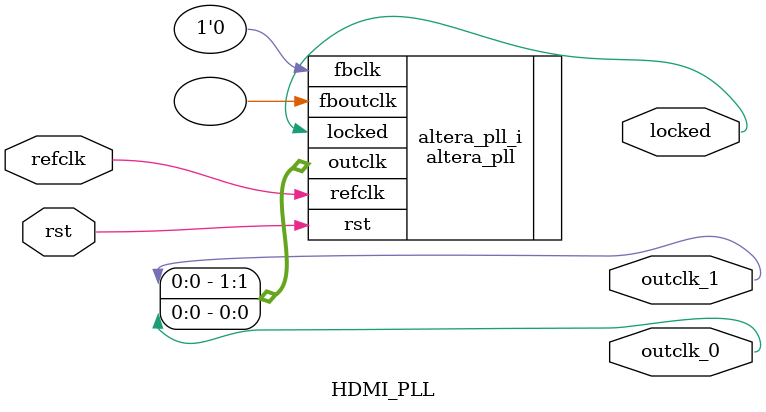
<source format=v>
`timescale 1ns/10ps
module  HDMI_PLL (

	// interface 'refclk'
	input wire refclk,

	// interface 'reset'
	input wire rst,

	// interface 'outclk0'
	output wire outclk_0,

	// interface 'outclk1'
	output wire outclk_1,

	// interface 'locked'
	output wire locked
);

	altera_pll #(
		.fractional_vco_multiplier("true"),
		.reference_clock_frequency("50.0 MHz"),
		.operation_mode("normal"),
		.number_of_clocks(2),
		.output_clock_frequency0("74.250000 MHz"),
		.phase_shift0("0 ps"),
		.duty_cycle0(50),
		.output_clock_frequency1("148.500000 MHz"),
		.phase_shift1("0 ps"),
		.duty_cycle1(50),
		.output_clock_frequency2("0 MHz"),
		.phase_shift2("0 ps"),
		.duty_cycle2(50),
		.output_clock_frequency3("0 MHz"),
		.phase_shift3("0 ps"),
		.duty_cycle3(50),
		.output_clock_frequency4("0 MHz"),
		.phase_shift4("0 ps"),
		.duty_cycle4(50),
		.output_clock_frequency5("0 MHz"),
		.phase_shift5("0 ps"),
		.duty_cycle5(50),
		.output_clock_frequency6("0 MHz"),
		.phase_shift6("0 ps"),
		.duty_cycle6(50),
		.output_clock_frequency7("0 MHz"),
		.phase_shift7("0 ps"),
		.duty_cycle7(50),
		.output_clock_frequency8("0 MHz"),
		.phase_shift8("0 ps"),
		.duty_cycle8(50),
		.output_clock_frequency9("0 MHz"),
		.phase_shift9("0 ps"),
		.duty_cycle9(50),
		.output_clock_frequency10("0 MHz"),
		.phase_shift10("0 ps"),
		.duty_cycle10(50),
		.output_clock_frequency11("0 MHz"),
		.phase_shift11("0 ps"),
		.duty_cycle11(50),
		.output_clock_frequency12("0 MHz"),
		.phase_shift12("0 ps"),
		.duty_cycle12(50),
		.output_clock_frequency13("0 MHz"),
		.phase_shift13("0 ps"),
		.duty_cycle13(50),
		.output_clock_frequency14("0 MHz"),
		.phase_shift14("0 ps"),
		.duty_cycle14(50),
		.output_clock_frequency15("0 MHz"),
		.phase_shift15("0 ps"),
		.duty_cycle15(50),
		.output_clock_frequency16("0 MHz"),
		.phase_shift16("0 ps"),
		.duty_cycle16(50),
		.output_clock_frequency17("0 MHz"),
		.phase_shift17("0 ps"),
		.duty_cycle17(50),
		.pll_type("General"),
		.pll_subtype("General")
	) altera_pll_i (
		.rst	(rst),
		.outclk	({outclk_1, outclk_0}),
		.locked	(locked),
		.fboutclk	( ),
		.fbclk	(1'b0),
		.refclk	(refclk)
	);
endmodule


</source>
